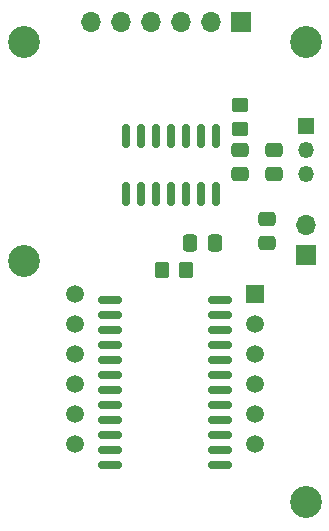
<source format=gbr>
%TF.GenerationSoftware,KiCad,Pcbnew,7.0.5*%
%TF.CreationDate,2024-02-07T02:01:45+01:00*%
%TF.ProjectId,thermometer-hw,74686572-6d6f-46d6-9574-65722d68772e,rev?*%
%TF.SameCoordinates,Original*%
%TF.FileFunction,Soldermask,Top*%
%TF.FilePolarity,Negative*%
%FSLAX46Y46*%
G04 Gerber Fmt 4.6, Leading zero omitted, Abs format (unit mm)*
G04 Created by KiCad (PCBNEW 7.0.5) date 2024-02-07 02:01:45*
%MOMM*%
%LPD*%
G01*
G04 APERTURE LIST*
G04 Aperture macros list*
%AMRoundRect*
0 Rectangle with rounded corners*
0 $1 Rounding radius*
0 $2 $3 $4 $5 $6 $7 $8 $9 X,Y pos of 4 corners*
0 Add a 4 corners polygon primitive as box body*
4,1,4,$2,$3,$4,$5,$6,$7,$8,$9,$2,$3,0*
0 Add four circle primitives for the rounded corners*
1,1,$1+$1,$2,$3*
1,1,$1+$1,$4,$5*
1,1,$1+$1,$6,$7*
1,1,$1+$1,$8,$9*
0 Add four rect primitives between the rounded corners*
20,1,$1+$1,$2,$3,$4,$5,0*
20,1,$1+$1,$4,$5,$6,$7,0*
20,1,$1+$1,$6,$7,$8,$9,0*
20,1,$1+$1,$8,$9,$2,$3,0*%
G04 Aperture macros list end*
%ADD10RoundRect,0.250000X0.475000X-0.337500X0.475000X0.337500X-0.475000X0.337500X-0.475000X-0.337500X0*%
%ADD11RoundRect,0.250000X0.337500X0.475000X-0.337500X0.475000X-0.337500X-0.475000X0.337500X-0.475000X0*%
%ADD12RoundRect,0.150000X-0.150000X0.825000X-0.150000X-0.825000X0.150000X-0.825000X0.150000X0.825000X0*%
%ADD13C,2.700000*%
%ADD14RoundRect,0.250000X-0.475000X0.337500X-0.475000X-0.337500X0.475000X-0.337500X0.475000X0.337500X0*%
%ADD15R,1.350000X1.350000*%
%ADD16O,1.350000X1.350000*%
%ADD17RoundRect,0.150000X-0.875000X-0.150000X0.875000X-0.150000X0.875000X0.150000X-0.875000X0.150000X0*%
%ADD18RoundRect,0.250000X0.450000X-0.350000X0.450000X0.350000X-0.450000X0.350000X-0.450000X-0.350000X0*%
%ADD19RoundRect,0.250000X0.350000X0.450000X-0.350000X0.450000X-0.350000X-0.450000X0.350000X-0.450000X0*%
%ADD20R,1.700000X1.700000*%
%ADD21O,1.700000X1.700000*%
%ADD22R,1.500000X1.500000*%
%ADD23C,1.500000*%
G04 APERTURE END LIST*
D10*
%TO.C,C4*%
X86868000Y-57425500D03*
X86868000Y-55350500D03*
%TD*%
D11*
%TO.C,C2*%
X82444500Y-57404000D03*
X80369500Y-57404000D03*
%TD*%
D12*
%TO.C,U1*%
X82550000Y-48325000D03*
X81280000Y-48325000D03*
X80010000Y-48325000D03*
X78740000Y-48325000D03*
X77470000Y-48325000D03*
X76200000Y-48325000D03*
X74930000Y-48325000D03*
X74930000Y-53275000D03*
X76200000Y-53275000D03*
X77470000Y-53275000D03*
X78740000Y-53275000D03*
X80010000Y-53275000D03*
X81280000Y-53275000D03*
X82550000Y-53275000D03*
%TD*%
D13*
%TO.C,REF\u002A\u002A*%
X90170000Y-79375000D03*
%TD*%
%TO.C,REF\u002A\u002A*%
X66294000Y-58928000D03*
%TD*%
D14*
%TO.C,C3*%
X87503000Y-49508500D03*
X87503000Y-51583500D03*
%TD*%
%TO.C,C1*%
X84582000Y-49508500D03*
X84582000Y-51583500D03*
%TD*%
D15*
%TO.C,J1*%
X90170000Y-47530000D03*
D16*
X90170000Y-49530000D03*
X90170000Y-51530000D03*
%TD*%
D13*
%TO.C,REF\u002A\u002A*%
X66294000Y-40386000D03*
%TD*%
D17*
%TO.C,U2*%
X73582000Y-62230000D03*
X73582000Y-63500000D03*
X73582000Y-64770000D03*
X73582000Y-66040000D03*
X73582000Y-67310000D03*
X73582000Y-68580000D03*
X73582000Y-69850000D03*
X73582000Y-71120000D03*
X73582000Y-72390000D03*
X73582000Y-73660000D03*
X73582000Y-74930000D03*
X73582000Y-76200000D03*
X82882000Y-76200000D03*
X82882000Y-74930000D03*
X82882000Y-73660000D03*
X82882000Y-72390000D03*
X82882000Y-71120000D03*
X82882000Y-69850000D03*
X82882000Y-68580000D03*
X82882000Y-67310000D03*
X82882000Y-66040000D03*
X82882000Y-64770000D03*
X82882000Y-63500000D03*
X82882000Y-62230000D03*
%TD*%
D18*
%TO.C,R2*%
X84582000Y-47736000D03*
X84582000Y-45736000D03*
%TD*%
D19*
%TO.C,R1*%
X79994000Y-59690000D03*
X77994000Y-59690000D03*
%TD*%
D13*
%TO.C,REF\u002A\u002A*%
X90170000Y-40386000D03*
%TD*%
D20*
%TO.C,J2*%
X90170000Y-58420000D03*
D21*
X90170000Y-55880000D03*
%TD*%
D22*
%TO.C,U3*%
X85879000Y-61725000D03*
D23*
X85879000Y-64265000D03*
X85879000Y-66805000D03*
X85879000Y-69345000D03*
X85879000Y-71885000D03*
X85879000Y-74425000D03*
X70639000Y-74425000D03*
X70639000Y-71885000D03*
X70639000Y-69345000D03*
X70639000Y-66805000D03*
X70639000Y-64265000D03*
X70639000Y-61725000D03*
%TD*%
D20*
%TO.C,J3*%
X84709000Y-38735000D03*
D21*
X82169000Y-38735000D03*
X79629000Y-38735000D03*
X77089000Y-38735000D03*
X74549000Y-38735000D03*
X72009000Y-38735000D03*
%TD*%
M02*

</source>
